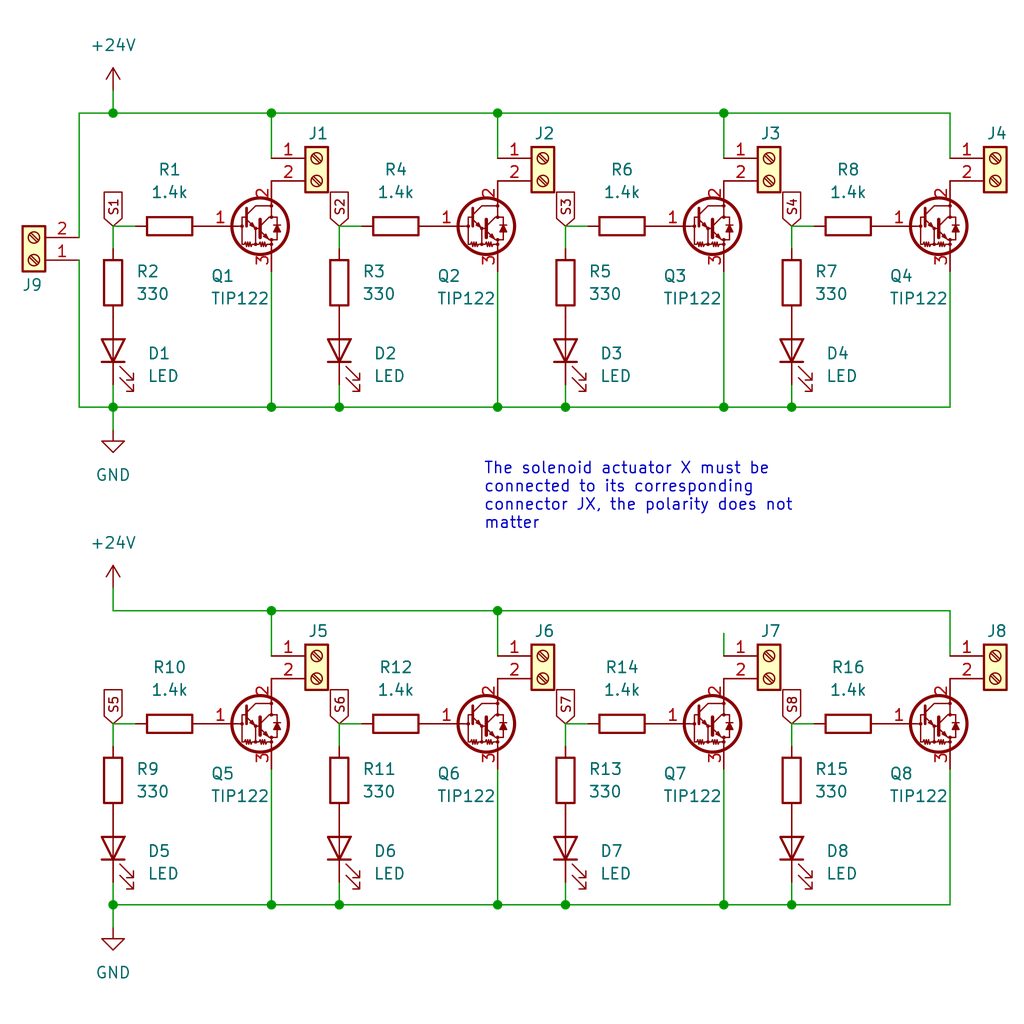
<source format=kicad_sch>
(kicad_sch (version 20231120) (generator "eeschema") (generator_version "8.0")
  (paper "User" 115 115)
  (lib_symbols
    (symbol "Connector:Screw_Terminal_01x02" (pin_names (offset 1.016) hide)
      (property "Reference" "J" (at 0 2.54 0))
      (property "Value" "Screw_Terminal_01x02" (at 0 -5.08 0))
      (symbol "Screw_Terminal_01x02_1_1"
        (rectangle (start -1.27 1.27) (end 1.27 -3.81) (stroke (width 0.254)) (fill (type background)))
        (circle (center 0 -2.54) (radius 0.635) (stroke (width 0.1524)))
        (polyline (pts (xy -0.5334 -2.2098) (xy 0.3302 -3.048)) (stroke (width 0.1524)))
        (polyline (pts (xy -0.5334 0.3302) (xy 0.3302 -0.508)) (stroke (width 0.1524)))
        (polyline (pts (xy -0.3556 -2.032) (xy 0.508 -2.8702)) (stroke (width 0.1524)))
        (polyline (pts (xy -0.3556 0.508) (xy 0.508 -0.3302)) (stroke (width 0.1524)))
        (circle (center 0 0) (radius 0.635) (stroke (width 0.1524)))
        (pin passive line (at -5.08 0 0) (length 3.81) (name "Pin_1") (number "1"))
        (pin passive line (at -5.08 -2.54 0) (length 3.81) (name "Pin_2") (number "2"))
      )
    )
    (symbol "Connector_Generic:Conn_01x08" (pin_names (offset 1.016) hide)
      (property "Reference" "J" (at 0 10.16 0))
      (property "Value" "Conn_01x08" (at 0 -12.7 0))
      (symbol "Conn_01x08_1_1"
        (rectangle (start -1.27 -10.033) (end 0 -10.287) (stroke (width 0.1524)))
        (rectangle (start -1.27 -7.493) (end 0 -7.747) (stroke (width 0.1524)))
        (rectangle (start -1.27 -4.953) (end 0 -5.207) (stroke (width 0.1524)))
        (rectangle (start -1.27 -2.413) (end 0 -2.667) (stroke (width 0.1524)))
        (rectangle (start -1.27 0.127) (end 0 -0.127) (stroke (width 0.1524)))
        (rectangle (start -1.27 2.667) (end 0 2.413) (stroke (width 0.1524)))
        (rectangle (start -1.27 5.207) (end 0 4.953) (stroke (width 0.1524)))
        (rectangle (start -1.27 7.747) (end 0 7.493) (stroke (width 0.1524)))
        (rectangle (start -1.27 8.89) (end 1.27 -11.43) (stroke (width 0.254)) (fill (type background)))
        (pin passive line (at -5.08 7.62 0) (length 3.81) (name "Pin_1") (number "1"))
        (pin passive line (at -5.08 5.08 0) (length 3.81) (name "Pin_2") (number "2"))
        (pin passive line (at -5.08 2.54 0) (length 3.81) (name "Pin_3") (number "3"))
        (pin passive line (at -5.08 0 0) (length 3.81) (name "Pin_4") (number "4"))
        (pin passive line (at -5.08 -2.54 0) (length 3.81) (name "Pin_5") (number "5"))
        (pin passive line (at -5.08 -5.08 0) (length 3.81) (name "Pin_6") (number "6"))
        (pin passive line (at -5.08 -7.62 0) (length 3.81) (name "Pin_7") (number "7"))
        (pin passive line (at -5.08 -10.16 0) (length 3.81) (name "Pin_8") (number "8"))
      )
    )
    (symbol "Device:LED" (pin_numbers hide) (pin_names (offset 1.016) hide)
      (property "Reference" "D" (at 0 2.54 0))
      (property "Value" "LED" (at 0 -2.54 0))
      (symbol "LED_0_1"
        (polyline (pts (xy -1.27 -1.27) (xy -1.27 1.27)) (stroke (width 0.254)))
        (polyline (pts (xy -1.27 0) (xy 1.27 0)))
        (polyline (pts (xy 1.27 -1.27) (xy 1.27 1.27) (xy -1.27 0) (xy 1.27 -1.27)) (stroke (width 0.254)))
        (polyline (pts (xy -3.048 -0.762) (xy -4.572 -2.286) (xy -3.81 -2.286) (xy -4.572 -2.286) (xy -4.572 -1.524)))
        (polyline (pts (xy -1.778 -0.762) (xy -3.302 -2.286) (xy -2.54 -2.286) (xy -3.302 -2.286) (xy -3.302 -1.524)))
      )
      (symbol "LED_1_1"
        (pin passive line (at -3.81 0 0) (length 2.54) (name "K") (number "1"))
        (pin passive line (at 3.81 0 180) (length 2.54) (name "A") (number "2"))
      )
    )
    (symbol "Device:R" (pin_numbers hide) (pin_names (offset 0))
      (property "Reference" "R" (at 2.032 0 90))
      (property "Value" "R" (at 0 0 90))
      (symbol "R_0_1"
        (rectangle (start -1.016 -2.54) (end 1.016 2.54) (stroke (width 0.254)))
      )
      (symbol "R_1_1"
        (pin passive line (at 0 3.81 270) (length 1.27) (name "~") (number "1"))
        (pin passive line (at 0 -3.81 90) (length 1.27) (name "~") (number "2"))
      )
    )
    (symbol "Transistor_BJT:TIP122" (pin_names (offset 0) hide)
      (property "Reference" "Q" (at 5.08 1.905 0))
      (property "Value" "TIP122" (at 5.08 0 0))
      (symbol "TIP122_0_1"
        (circle (center -0.762 0) (radius 0.127))
        (polyline (pts (xy -1.27 0) (xy -0.889 0)))
        (polyline (pts (xy 2.54 -2.032) (xy 2.54 -2.54)))
        (polyline (pts (xy 2.54 -1.524) (xy 3.175 -1.524)))
        (polyline (pts (xy 2.794 0.127) (xy 3.556 0.127)))
        (polyline (pts (xy 3.175 -0.635) (xy 3.175 -1.524)))
        (polyline (pts (xy 3.175 1.016) (xy 2.54 1.016)))
        (polyline (pts (xy 3.175 1.016) (xy 3.175 0.127)))
        (polyline (pts (xy -0.254 0.762) (xy 0.762 -0.254) (xy 1.27 -0.254)))
        (polyline (pts (xy -0.254 1.016) (xy -0.762 1.016) (xy -0.762 -2.032)))
        (polyline (pts (xy -0.254 1.27) (xy 0.762 2.286) (xy 2.54 2.286)))
        (polyline (pts (xy -0.254 2.032) (xy -0.254 0) (xy -0.254 0)) (stroke (width 0.3048)))
        (polyline (pts (xy 1.27 0.762) (xy 1.27 -1.27) (xy 1.27 -1.27)) (stroke (width 0.381)))
        (polyline (pts (xy 0.635 -0.127) (xy 0.381 0.381) (xy 0.127 0.127) (xy 0.635 -0.127)))
        (polyline (pts (xy 1.27 -0.508) (xy 2.286 -1.524) (xy 2.54 -1.524) (xy 2.54 -2.032)))
        (polyline (pts (xy 1.27 0) (xy 2.286 1.016) (xy 2.54 1.016) (xy 2.54 2.286)))
        (polyline (pts (xy 2.159 -1.397) (xy 1.905 -0.889) (xy 1.651 -1.143) (xy 2.159 -1.397)))
        (polyline (pts (xy 3.175 0.127) (xy 2.794 -0.635) (xy 3.556 -0.635) (xy 3.175 0.127)) (fill (type outline)))
        (polyline (pts (xy 0.762 -2.032) (xy 0.381 -2.032) (xy 0.254 -2.286) (xy 0.127 -1.778) (xy 0 -2.286) (xy -0.127 -1.778) (xy -0.254 -2.286) (xy -0.381 -1.778) (xy -0.508 -2.032) (xy -0.762 -2.032)))
        (polyline (pts (xy 0.762 -0.254) (xy 0.762 -2.032) (xy 1.143 -2.032) (xy 1.27 -1.778) (xy 1.397 -2.286) (xy 1.524 -1.778) (xy 1.651 -2.286) (xy 1.778 -1.778) (xy 1.905 -2.286) (xy 2.032 -2.032) (xy 2.54 -2.032)))
        (circle (center 0.762 -2.032) (radius 0.127))
        (circle (center 0.762 -0.254) (radius 0.127))
        (circle (center 1.27 0) (radius 3.175) (stroke (width 0.3556)))
        (circle (center 2.54 -2.032) (radius 0.127))
        (circle (center 2.54 -1.524) (radius 0.127))
        (circle (center 2.54 1.016) (radius 0.127))
        (circle (center 2.54 2.286) (radius 0.127))
      )
      (symbol "TIP122_1_1"
        (pin input line (at -5.08 0 0) (length 3.81) (name "B") (number "1"))
        (pin passive line (at 2.54 5.08 270) (length 2.667) (name "C") (number "2"))
        (pin passive line (at 2.54 -5.08 90) (length 2.54) (name "E") (number "3"))
      )
    )
    (symbol "power:+24V" (power) (pin_numbers hide) (pin_names (offset 0) hide)
      (property "Value" "+24V" (at 0 3.556 0))
      (symbol "+24V_0_1"
        (polyline (pts (xy -0.762 1.27) (xy 0 2.54)))
        (polyline (pts (xy 0 0) (xy 0 2.54)))
        (polyline (pts (xy 0 2.54) (xy 0.762 1.27)))
      )
      (symbol "+24V_1_1"
        (pin power_in line (at 0 0 90) (length 0) (name "~") (number "1"))
      )
    )
    (symbol "power:GND" (power) (pin_numbers hide) (pin_names (offset 0) hide)
      (property "Value" "GND" (at 0 -3.81 0))
      (symbol "GND_0_1"
        (polyline (pts (xy 0 0) (xy 0 -1.27) (xy 1.27 -1.27) (xy 0 -2.54) (xy -1.27 -1.27) (xy 0 -1.27)))
      )
      (symbol "GND_1_1"
        (pin power_in line (at 0 0 270) (length 0) (name "~") (number "1"))
      )
    )
  )
  (junction (at 63.5 45.72))
  (junction (at 88.9 45.72))
  (junction (at 38.1 101.6))
  (junction (at 63.5 101.6))
  (junction (at 30.48 68.58))
  (junction (at 12.7 12.7))
  (junction (at 12.7 101.6))
  (junction (at 12.7 45.72))
  (junction (at 30.48 101.6))
  (junction (at 88.9 101.6))
  (junction (at 81.28 45.72))
  (junction (at 81.28 12.7))
  (junction (at 55.88 101.6))
  (junction (at 81.28 101.6))
  (junction (at 55.88 12.7))
  (junction (at 55.88 68.58))
  (junction (at 38.1 45.72))
  (junction (at 55.88 45.72))
  (junction (at 30.48 45.72))
  (junction (at 30.48 12.7))
  (wire (pts (xy 63.5 27.94) (xy 63.5 25.4)))
  (wire (pts (xy 30.48 101.6) (xy 38.1 101.6)))
  (wire (pts (xy 55.88 68.58) (xy 30.48 68.58)))
  (wire (pts (xy 63.5 45.72) (xy 81.28 45.72)))
  (wire (pts (xy 81.28 45.72) (xy 81.28 30.48)))
  (wire (pts (xy 12.7 12.7) (xy 30.48 12.7)))
  (wire (pts (xy 12.7 101.6) (xy 30.48 101.6)))
  (wire (pts (xy 106.68 45.72) (xy 106.68 30.48)))
  (wire (pts (xy 88.9 45.72) (xy 106.68 45.72)))
  (wire (pts (xy 63.5 43.18) (xy 63.5 45.72)))
  (wire (pts (xy 38.1 27.94) (xy 38.1 25.4)))
  (wire (pts (xy 30.48 12.7) (xy 30.48 17.78)))
  (wire (pts (xy 12.7 10.16) (xy 12.7 12.7)))
  (wire (pts (xy 55.88 45.72) (xy 63.5 45.72)))
  (wire (pts (xy 106.68 12.7) (xy 106.68 17.78)))
  (wire (pts (xy 30.48 45.72) (xy 38.1 45.72)))
  (wire (pts (xy 63.5 81.28) (xy 66.04 81.28)))
  (wire (pts (xy 88.9 83.82) (xy 88.9 81.28)))
  (wire (pts (xy 55.88 68.58) (xy 55.88 73.66)))
  (wire (pts (xy 81.28 101.6) (xy 88.9 101.6)))
  (wire (pts (xy 12.7 83.82) (xy 12.7 81.28)))
  (wire (pts (xy 63.5 25.4) (xy 66.04 25.4)))
  (wire (pts (xy 12.7 101.6) (xy 12.7 104.14)))
  (wire (pts (xy 30.48 101.6) (xy 30.48 86.36)))
  (wire (pts (xy 30.48 45.72) (xy 30.48 30.48)))
  (wire (pts (xy 88.9 81.28) (xy 91.44 81.28)))
  (wire (pts (xy 106.68 68.58) (xy 106.68 73.66)))
  (wire (pts (xy 12.7 45.72) (xy 30.48 45.72)))
  (wire (pts (xy 38.1 83.82) (xy 38.1 81.28)))
  (wire (pts (xy 106.68 68.58) (xy 55.88 68.58)))
  (wire (pts (xy 81.28 12.7) (xy 81.28 17.78)))
  (wire (pts (xy 8.89 45.72) (xy 12.7 45.72)))
  (wire (pts (xy 12.7 66.04) (xy 12.7 68.58)))
  (wire (pts (xy 8.89 26.67) (xy 8.89 12.7)))
  (wire (pts (xy 63.5 83.82) (xy 63.5 81.28)))
  (wire (pts (xy 38.1 99.06) (xy 38.1 101.6)))
  (wire (pts (xy 63.5 99.06) (xy 63.5 101.6)))
  (wire (pts (xy 55.88 45.72) (xy 55.88 30.48)))
  (wire (pts (xy 12.7 81.28) (xy 15.24 81.28)))
  (wire (pts (xy 12.7 99.06) (xy 12.7 101.6)))
  (wire (pts (xy 81.28 101.6) (xy 81.28 86.36)))
  (wire (pts (xy 81.28 45.72) (xy 88.9 45.72)))
  (wire (pts (xy 8.89 29.21) (xy 8.89 45.72)))
  (wire (pts (xy 88.9 25.4) (xy 91.44 25.4)))
  (wire (pts (xy 38.1 101.6) (xy 55.88 101.6)))
  (wire (pts (xy 30.48 68.58) (xy 12.7 68.58)))
  (wire (pts (xy 106.68 12.7) (xy 81.28 12.7)))
  (wire (pts (xy 88.9 101.6) (xy 106.68 101.6)))
  (wire (pts (xy 88.9 27.94) (xy 88.9 25.4)))
  (wire (pts (xy 38.1 25.4) (xy 40.64 25.4)))
  (wire (pts (xy 12.7 27.94) (xy 12.7 25.4)))
  (wire (pts (xy 38.1 45.72) (xy 55.88 45.72)))
  (wire (pts (xy 38.1 81.28) (xy 40.64 81.28)))
  (wire (pts (xy 55.88 12.7) (xy 55.88 17.78)))
  (wire (pts (xy 63.5 101.6) (xy 81.28 101.6)))
  (wire (pts (xy 55.88 12.7) (xy 30.48 12.7)))
  (wire (pts (xy 55.88 101.6) (xy 63.5 101.6)))
  (wire (pts (xy 38.1 43.18) (xy 38.1 45.72)))
  (wire (pts (xy 12.7 25.4) (xy 15.24 25.4)))
  (wire (pts (xy 12.7 43.18) (xy 12.7 45.72)))
  (wire (pts (xy 30.48 68.58) (xy 30.48 73.66)))
  (wire (pts (xy 81.28 12.7) (xy 55.88 12.7)))
  (wire (pts (xy 55.88 101.6) (xy 55.88 86.36)))
  (wire (pts (xy 106.68 101.6) (xy 106.68 86.36)))
  (wire (pts (xy 81.28 71.12) (xy 81.28 73.66)))
  (wire (pts (xy 88.9 43.18) (xy 88.9 45.72)))
  (wire (pts (xy 88.9 99.06) (xy 88.9 101.6)))
  (wire (pts (xy 8.89 12.7) (xy 12.7 12.7)))
  (wire (pts (xy 12.7 45.72) (xy 12.7 48.26)))
  (text_box "The solenoid actuator X must be connected to its corresponding connector JX, the polarity does not matter" (at 53.34 50.8 0) (size 41.91 15.24) (stroke (width -0.0001)) (effects (font (size 1.27 1.27)) (justify left top)))
  (text_box "Each signal commands a solenoid valve, hence a muscle, can be commanded by a 5V DC signal\nthe J10 connector actually connects to an Arduino Atmega 2560" (at 57.15 185.42 0) (size 41.91 15.24) (stroke (width -0.0001)) (effects (font (size 1.27 1.27)) (justify left top)))
  (label "S2" (at 105.41 186.69 180))
  (label "S7" (at 105.41 199.39 180))
  (label "S3" (at 105.41 189.23 180))
  (label "S6" (at 105.41 196.85 180))
  (label "S1" (at 105.41 184.15 180))
  (label "S5" (at 105.41 194.31 180))
  (label "S8" (at 105.41 201.93 180))
  (label "S4" (at 105.41 191.77 180))
  (global_label "S4" (shape input) (at 88.9 25.4 90) (effects (font (size 1 1))) (property "Intersheetrefs" "${INTERSHEET_REFS}" (effects (hide yes))))
  (global_label "S2" (shape input) (at 38.1 25.4 90) (effects (font (size 1 1))) (property "Intersheetrefs" "${INTERSHEET_REFS}" (effects (hide yes))))
  (global_label "S8" (shape input) (at 88.9 81.28 90) (effects (font (size 1 1))) (property "Intersheetrefs" "${INTERSHEET_REFS}" (effects (hide yes))))
  (global_label "S6" (shape input) (at 38.1 81.28 90) (effects (font (size 1 1))) (property "Intersheetrefs" "${INTERSHEET_REFS}" (effects (hide yes))))
  (global_label "S7" (shape input) (at 63.5 81.28 90) (effects (font (size 1 1))) (property "Intersheetrefs" "${INTERSHEET_REFS}" (effects (hide yes))))
  (global_label "S3" (shape input) (at 63.5 25.4 90) (effects (font (size 1 1))) (property "Intersheetrefs" "${INTERSHEET_REFS}" (effects (hide yes))))
  (global_label "S5" (shape input) (at 12.7 81.28 90) (effects (font (size 1 1))) (property "Intersheetrefs" "${INTERSHEET_REFS}" (effects (hide yes))))
  (global_label "S1" (shape input) (at 12.7 25.4 90) (effects (font (size 1 1))) (property "Intersheetrefs" "${INTERSHEET_REFS}" (effects (hide yes))))
  (symbol (lib_id "Device:R") (at 44.45 25.4 90) (unit 1)
    (property "Reference" "R4" (at 44.45 19.05 90))
    (property "Value" "1.4k" (at 44.45 21.59 90))
    (property "Description" "Resistor" (effects (hide yes)))
  )
  (symbol (lib_id "Transistor_BJT:TIP122") (at 27.94 25.4 0) (unit 1)
    (property "Reference" "Q1" (at 23.622 30.988 0) (effects (justify left)))
    (property "Value" "TIP122" (at 23.622 33.528 0) (effects (justify left)))
    (property "Footprint" "Package_TO_SOT_THT:TO-220-3_Vertical" (effects (hide yes)))
    (property "Datasheet" "https://www.onsemi.com/pub/Collateral/TIP120-D.PDF" (effects (hide yes)))
    (property "Description" "5A Ic, 100V Vce, Silicon Darlington Power NPN Transistor, TO-220" (effects (hide yes)))
  )
  (symbol (lib_id "Device:R") (at 63.5 31.75 180) (unit 1)
    (property "Reference" "R5" (at 66.04 30.4799 0) (effects (justify right)))
    (property "Value" "330" (at 66.04 33.0199 0) (effects (justify right)))
    (property "Description" "Resistor" (effects (hide yes)))
  )
  (symbol (lib_id "Transistor_BJT:TIP122") (at 78.74 81.28 0) (unit 1)
    (property "Reference" "Q7" (at 74.422 86.868 0) (effects (justify left)))
    (property "Value" "TIP122" (at 74.422 89.408 0) (effects (justify left)))
    (property "Footprint" "Package_TO_SOT_THT:TO-220-3_Vertical" (effects (hide yes)))
    (property "Datasheet" "https://www.onsemi.com/pub/Collateral/TIP120-D.PDF" (effects (hide yes)))
    (property "Description" "5A Ic, 100V Vce, Silicon Darlington Power NPN Transistor, TO-220" (effects (hide yes)))
  )
  (symbol (lib_id "Device:R") (at 12.7 31.75 180) (unit 1)
    (property "Reference" "R2" (at 15.24 30.4799 0) (effects (justify right)))
    (property "Value" "330" (at 15.24 33.0199 0) (effects (justify right)))
    (property "Description" "Resistor" (effects (hide yes)))
  )
  (symbol (lib_id "Device:LED") (at 88.9 39.37 90) (unit 1)
    (property "Reference" "D4" (at 92.71 39.6874 90) (effects (justify right)))
    (property "Value" "LED" (at 92.71 42.2274 90) (effects (justify right)))
    (property "Description" "Light emitting diode" (effects (hide yes)))
  )
  (symbol (lib_id "Connector:Screw_Terminal_01x02") (at 60.96 73.66 0) (unit 1)
    (property "Reference" "J6" (at 59.944 70.866 0) (effects (justify left)))
    (property "Value" "Screw_Terminal_01x02" (effects (hide yes)))
    (property "Description" "Generic screw terminal, single row, 01x02, script generated (kicad-library-utils/schlib/autogen/connector/)" (effects (hide yes)))
  )
  (symbol (lib_id "power:GND") (at 12.7 104.14 0) (unit 1)
    (property "Reference" "#PWR04" (effects (hide yes)))
    (property "Value" "GND" (at 12.7 109.22 0))
    (property "Description" "Power symbol creates a global label with name \"GND\" , ground" (effects (hide yes)))
  )
  (symbol (lib_id "Transistor_BJT:TIP122") (at 27.94 81.28 0) (unit 1)
    (property "Reference" "Q5" (at 23.622 86.868 0) (effects (justify left)))
    (property "Value" "TIP122" (at 23.622 89.408 0) (effects (justify left)))
    (property "Footprint" "Package_TO_SOT_THT:TO-220-3_Vertical" (effects (hide yes)))
    (property "Datasheet" "https://www.onsemi.com/pub/Collateral/TIP120-D.PDF" (effects (hide yes)))
    (property "Description" "5A Ic, 100V Vce, Silicon Darlington Power NPN Transistor, TO-220" (effects (hide yes)))
  )
  (symbol (lib_id "Device:R") (at 69.85 81.28 90) (unit 1)
    (property "Reference" "R14" (at 69.85 74.93 90))
    (property "Value" "1.4k" (at 69.85 77.47 90))
    (property "Description" "Resistor" (effects (hide yes)))
  )
  (symbol (lib_id "Connector:Screw_Terminal_01x02") (at 86.36 73.66 0) (unit 1)
    (property "Reference" "J7" (at 85.344 70.866 0) (effects (justify left)))
    (property "Value" "Screw_Terminal_01x02" (effects (hide yes)))
    (property "Description" "Generic screw terminal, single row, 01x02, script generated (kicad-library-utils/schlib/autogen/connector/)" (effects (hide yes)))
  )
  (symbol (lib_id "Connector:Screw_Terminal_01x02") (at 35.56 17.78 0) (unit 1)
    (property "Reference" "J1" (at 34.544 14.986 0) (effects (justify left)))
    (property "Value" "Screw_Terminal_01x02" (effects (hide yes)))
    (property "Description" "Generic screw terminal, single row, 01x02, script generated (kicad-library-utils/schlib/autogen/connector/)" (effects (hide yes)))
  )
  (symbol (lib_id "Device:R") (at 88.9 31.75 180) (unit 1)
    (property "Reference" "R7" (at 91.44 30.4799 0) (effects (justify right)))
    (property "Value" "330" (at 91.44 33.0199 0) (effects (justify right)))
    (property "Description" "Resistor" (effects (hide yes)))
  )
  (symbol (lib_id "Device:R") (at 44.45 81.28 90) (unit 1)
    (property "Reference" "R12" (at 44.45 74.93 90))
    (property "Value" "1.4k" (at 44.45 77.47 90))
    (property "Description" "Resistor" (effects (hide yes)))
  )
  (symbol (lib_id "Transistor_BJT:TIP122") (at 53.34 81.28 0) (unit 1)
    (property "Reference" "Q6" (at 49.022 86.868 0) (effects (justify left)))
    (property "Value" "TIP122" (at 49.022 89.408 0) (effects (justify left)))
    (property "Footprint" "Package_TO_SOT_THT:TO-220-3_Vertical" (effects (hide yes)))
    (property "Datasheet" "https://www.onsemi.com/pub/Collateral/TIP120-D.PDF" (effects (hide yes)))
    (property "Description" "5A Ic, 100V Vce, Silicon Darlington Power NPN Transistor, TO-220" (effects (hide yes)))
  )
  (symbol (lib_id "Device:R") (at 12.7 87.63 180) (unit 1)
    (property "Reference" "R9" (at 15.24 86.3599 0) (effects (justify right)))
    (property "Value" "330" (at 15.24 88.8999 0) (effects (justify right)))
    (property "Description" "Resistor" (effects (hide yes)))
  )
  (symbol (lib_id "Connector:Screw_Terminal_01x02") (at 111.76 17.78 0) (unit 1)
    (property "Reference" "J4" (at 110.744 14.986 0) (effects (justify left)))
    (property "Value" "Screw_Terminal_01x02" (effects (hide yes)))
    (property "Description" "Generic screw terminal, single row, 01x02, script generated (kicad-library-utils/schlib/autogen/connector/)" (effects (hide yes)))
  )
  (symbol (lib_id "Connector:Screw_Terminal_01x02") (at 111.76 73.66 0) (unit 1)
    (property "Reference" "J8" (at 110.744 70.866 0) (effects (justify left)))
    (property "Value" "Screw_Terminal_01x02" (effects (hide yes)))
    (property "Description" "Generic screw terminal, single row, 01x02, script generated (kicad-library-utils/schlib/autogen/connector/)" (effects (hide yes)))
  )
  (symbol (lib_id "Transistor_BJT:TIP122") (at 104.14 25.4 0) (unit 1)
    (property "Reference" "Q4" (at 99.822 30.988 0) (effects (justify left)))
    (property "Value" "TIP122" (at 99.822 33.528 0) (effects (justify left)))
    (property "Footprint" "Package_TO_SOT_THT:TO-220-3_Vertical" (effects (hide yes)))
    (property "Datasheet" "https://www.onsemi.com/pub/Collateral/TIP120-D.PDF" (effects (hide yes)))
    (property "Description" "5A Ic, 100V Vce, Silicon Darlington Power NPN Transistor, TO-220" (effects (hide yes)))
  )
  (symbol (lib_id "Device:LED") (at 88.9 95.25 90) (unit 1)
    (property "Reference" "D8" (at 92.71 95.5674 90) (effects (justify right)))
    (property "Value" "LED" (at 92.71 98.1074 90) (effects (justify right)))
    (property "Description" "Light emitting diode" (effects (hide yes)))
  )
  (symbol (lib_id "power:+24V") (at 12.7 66.04 0) (unit 1)
    (property "Reference" "#PWR03" (effects (hide yes)))
    (property "Value" "+24V" (at 12.7 60.96 0))
    (property "Description" "Power symbol creates a global label with name \"+24V\"" (effects (hide yes)))
  )
  (symbol (lib_id "Device:LED") (at 38.1 39.37 90) (unit 1)
    (property "Reference" "D2" (at 41.91 39.6874 90) (effects (justify right)))
    (property "Value" "LED" (at 41.91 42.2274 90) (effects (justify right)))
    (property "Description" "Light emitting diode" (effects (hide yes)))
  )
  (symbol (lib_id "Device:LED") (at 38.1 95.25 90) (unit 1)
    (property "Reference" "D6" (at 41.91 95.5674 90) (effects (justify right)))
    (property "Value" "LED" (at 41.91 98.1074 90) (effects (justify right)))
    (property "Description" "Light emitting diode" (effects (hide yes)))
  )
  (symbol (lib_id "Connector:Screw_Terminal_01x02") (at 86.36 17.78 0) (unit 1)
    (property "Reference" "J3" (at 85.344 14.986 0) (effects (justify left)))
    (property "Value" "Screw_Terminal_01x02" (effects (hide yes)))
    (property "Description" "Generic screw terminal, single row, 01x02, script generated (kicad-library-utils/schlib/autogen/connector/)" (effects (hide yes)))
  )
  (symbol (lib_id "Device:LED") (at 63.5 95.25 90) (unit 1)
    (property "Reference" "D7" (at 67.31 95.5674 90) (effects (justify right)))
    (property "Value" "LED" (at 67.31 98.1074 90) (effects (justify right)))
    (property "Description" "Light emitting diode" (effects (hide yes)))
  )
  (symbol (lib_id "Connector:Screw_Terminal_01x02") (at 60.96 17.78 0) (unit 1)
    (property "Reference" "J2" (at 59.944 14.986 0) (effects (justify left)))
    (property "Value" "Screw_Terminal_01x02" (effects (hide yes)))
    (property "Description" "Generic screw terminal, single row, 01x02, script generated (kicad-library-utils/schlib/autogen/connector/)" (effects (hide yes)))
  )
  (symbol (lib_id "Connector_Generic:Conn_01x08") (at 110.49 191.77 0) (unit 1)
    (property "Reference" "J10" (at 113.03 191.7699 0) (effects (justify left)))
    (property "Value" "Conn_01x08" (at 113.03 194.3099 0) (effects (justify left)))
    (property "Description" "Generic connector, single row, 01x08, script generated (kicad-library-utils/schlib/autogen/connector/)" (effects (hide yes)))
  )
  (symbol (lib_id "Transistor_BJT:TIP122") (at 53.34 25.4 0) (unit 1)
    (property "Reference" "Q2" (at 49.022 30.988 0) (effects (justify left)))
    (property "Value" "TIP122" (at 49.022 33.528 0) (effects (justify left)))
    (property "Footprint" "Package_TO_SOT_THT:TO-220-3_Vertical" (effects (hide yes)))
    (property "Datasheet" "https://www.onsemi.com/pub/Collateral/TIP120-D.PDF" (effects (hide yes)))
    (property "Description" "5A Ic, 100V Vce, Silicon Darlington Power NPN Transistor, TO-220" (effects (hide yes)))
  )
  (symbol (lib_id "power:GND") (at 12.7 48.26 0) (unit 1)
    (property "Reference" "#PWR02" (effects (hide yes)))
    (property "Value" "GND" (at 12.7 53.34 0))
    (property "Description" "Power symbol creates a global label with name \"GND\" , ground" (effects (hide yes)))
  )
  (symbol (lib_id "Device:R") (at 38.1 87.63 180) (unit 1)
    (property "Reference" "R11" (at 40.64 86.3599 0) (effects (justify right)))
    (property "Value" "330" (at 40.64 88.8999 0) (effects (justify right)))
    (property "Description" "Resistor" (effects (hide yes)))
  )
  (symbol (lib_id "Device:R") (at 38.1 31.75 180) (unit 1)
    (property "Reference" "R3" (at 40.64 30.4799 0) (effects (justify right)))
    (property "Value" "330" (at 40.64 33.0199 0) (effects (justify right)))
    (property "Description" "Resistor" (effects (hide yes)))
  )
  (symbol (lib_id "power:+24V") (at 12.7 10.16 0) (unit 1)
    (property "Reference" "#PWR01" (effects (hide yes)))
    (property "Value" "+24V" (at 12.7 5.08 0))
    (property "Description" "Power symbol creates a global label with name \"+24V\"" (effects (hide yes)))
  )
  (symbol (lib_id "Device:LED") (at 12.7 95.25 90) (unit 1)
    (property "Reference" "D5" (at 16.51 95.5674 90) (effects (justify right)))
    (property "Value" "LED" (at 16.51 98.1074 90) (effects (justify right)))
    (property "Description" "Light emitting diode" (effects (hide yes)))
  )
  (symbol (lib_id "Transistor_BJT:TIP122") (at 78.74 25.4 0) (unit 1)
    (property "Reference" "Q3" (at 74.422 30.988 0) (effects (justify left)))
    (property "Value" "TIP122" (at 74.422 33.528 0) (effects (justify left)))
    (property "Footprint" "Package_TO_SOT_THT:TO-220-3_Vertical" (effects (hide yes)))
    (property "Datasheet" "https://www.onsemi.com/pub/Collateral/TIP120-D.PDF" (effects (hide yes)))
    (property "Description" "5A Ic, 100V Vce, Silicon Darlington Power NPN Transistor, TO-220" (effects (hide yes)))
  )
  (symbol (lib_id "Transistor_BJT:TIP122") (at 104.14 81.28 0) (unit 1)
    (property "Reference" "Q8" (at 99.822 86.868 0) (effects (justify left)))
    (property "Value" "TIP122" (at 99.822 89.408 0) (effects (justify left)))
    (property "Footprint" "Package_TO_SOT_THT:TO-220-3_Vertical" (effects (hide yes)))
    (property "Datasheet" "https://www.onsemi.com/pub/Collateral/TIP120-D.PDF" (effects (hide yes)))
    (property "Description" "5A Ic, 100V Vce, Silicon Darlington Power NPN Transistor, TO-220" (effects (hide yes)))
  )
  (symbol (lib_id "Device:R") (at 95.25 25.4 90) (unit 1)
    (property "Reference" "R8" (at 95.25 19.05 90))
    (property "Value" "1.4k" (at 95.25 21.59 90))
    (property "Description" "Resistor" (effects (hide yes)))
  )
  (symbol (lib_id "Device:R") (at 88.9 87.63 180) (unit 1)
    (property "Reference" "R15" (at 91.44 86.3599 0) (effects (justify right)))
    (property "Value" "330" (at 91.44 88.8999 0) (effects (justify right)))
    (property "Description" "Resistor" (effects (hide yes)))
  )
  (symbol (lib_id "Device:R") (at 95.25 81.28 90) (unit 1)
    (property "Reference" "R16" (at 95.25 74.93 90))
    (property "Value" "1.4k" (at 95.25 77.47 90))
    (property "Description" "Resistor" (effects (hide yes)))
  )
  (symbol (lib_id "Device:LED") (at 63.5 39.37 90) (unit 1)
    (property "Reference" "D3" (at 67.31 39.6874 90) (effects (justify right)))
    (property "Value" "LED" (at 67.31 42.2274 90) (effects (justify right)))
    (property "Description" "Light emitting diode" (effects (hide yes)))
  )
  (symbol (lib_id "Connector:Screw_Terminal_01x02") (at 3.81 29.21 180) (unit 1)
    (property "Reference" "J9" (at 4.826 32.004 0) (effects (justify left)))
    (property "Value" "Screw_Terminal_01x02" (effects (hide yes)))
    (property "Description" "Generic screw terminal, single row, 01x02, script generated (kicad-library-utils/schlib/autogen/connector/)" (effects (hide yes)))
  )
  (symbol (lib_id "Device:LED") (at 12.7 39.37 90) (unit 1)
    (property "Reference" "D1" (at 16.51 39.6874 90) (effects (justify right)))
    (property "Value" "LED" (at 16.51 42.2274 90) (effects (justify right)))
    (property "Description" "Light emitting diode" (effects (hide yes)))
  )
  (symbol (lib_id "Device:R") (at 69.85 25.4 90) (unit 1)
    (property "Reference" "R6" (at 69.85 19.05 90))
    (property "Value" "1.4k" (at 69.85 21.59 90))
    (property "Description" "Resistor" (effects (hide yes)))
  )
  (symbol (lib_id "Device:R") (at 63.5 87.63 180) (unit 1)
    (property "Reference" "R13" (at 66.04 86.3599 0) (effects (justify right)))
    (property "Value" "330" (at 66.04 88.8999 0) (effects (justify right)))
    (property "Description" "Resistor" (effects (hide yes)))
  )
  (symbol (lib_id "Connector:Screw_Terminal_01x02") (at 35.56 73.66 0) (unit 1)
    (property "Reference" "J5" (at 34.544 70.866 0) (effects (justify left)))
    (property "Value" "Screw_Terminal_01x02" (effects (hide yes)))
    (property "Description" "Generic screw terminal, single row, 01x02, script generated (kicad-library-utils/schlib/autogen/connector/)" (effects (hide yes)))
  )
  (symbol (lib_id "Device:R") (at 19.05 25.4 90) (unit 1)
    (property "Reference" "R1" (at 19.05 19.05 90))
    (property "Value" "1.4k" (at 19.05 21.59 90))
    (property "Description" "Resistor" (effects (hide yes)))
  )
  (symbol (lib_id "Device:R") (at 19.05 81.28 90) (unit 1)
    (property "Reference" "R10" (at 19.05 74.93 90))
    (property "Value" "1.4k" (at 19.05 77.47 90))
    (property "Description" "Resistor" (effects (hide yes)))
  )
)
</source>
